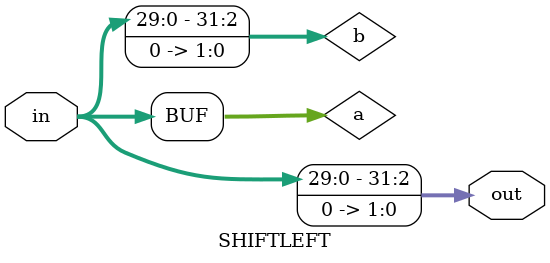
<source format=v>

module SHIFTLEFT(in, out);
    input   [31:0] in;
    output  [31:0] out;
    reg     [31:0] out;
    reg     [31:0] a;
    reg     [31:0] b;
    
    always @(in)
        begin : shiftleft_thread
            a = in;
            b = (a << 2);
            out = b;
        end

endmodule

</source>
